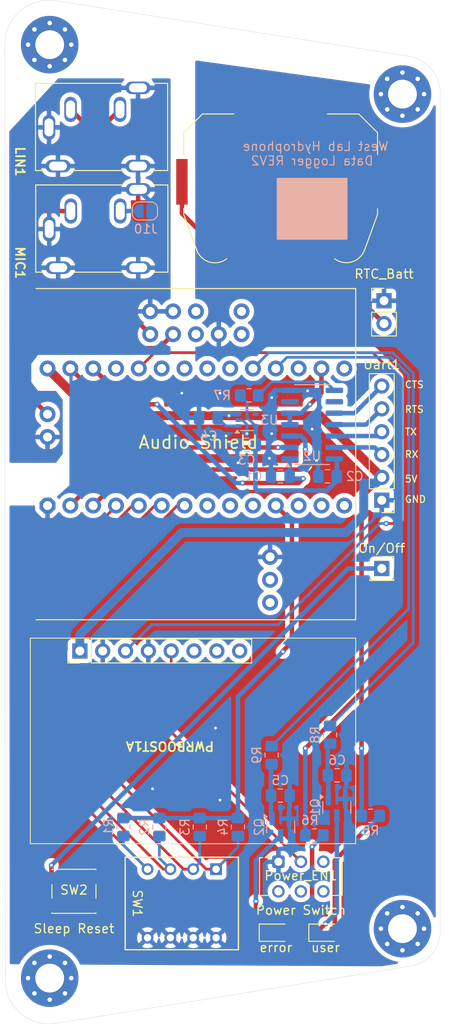
<source format=kicad_pcb>
(kicad_pcb (version 20241229) (generator "pcbnew") (generator_version "9.0")
  (title_block (rev "2"))
  (layers (0 "F.Cu" signal "Front") (2 "B.Cu" signal "Back") (13 "F.Paste" user) (15 "B.Paste" user) (5 "F.SilkS" user "F.Silkscreen") (7 "B.SilkS" user "B.Silkscreen") (1 "F.Mask" user) (3 "B.Mask" user) (25 "Edge.Cuts" user))
  (net 0 "")
  (net 1 "GND")
  (net 2 "+3V3")
  (net 3 "Net-(BT1-+)")
  (net 4 "Net-(D1-A)")
  (net 5 "Net-(D2-A)")
  (net 6 "Net-(R1-Pad2)")
  (net 7 "Net-(R1-Pad1)")
  (net 8 "Net-(R2-Pad2)")
  (net 9 "+1V8")
  (net 10 "Net-(R4-Pad2)")
  (net 11 "+5V")
  (net 12 "Net-(J3-Pin_5)")
  (net 13 "Net-(J10-Pin_2)")
  (net 14 "Net-(Power_EN1-Pin_2)")
  (net 16 "Net-(J1-Pin_1)")
  (net 17 "Net-(J3-Pin_6)")
  (net 18 "Net-(J3-Pin_4)")
  (net 19 "Net-(J3-Pin_3)")
  (net 20 "Net-(U2-OE)")
  (net 21 "Net-(U2-A2)")
  (net 22 "Net-(U2-A1)")
  (net 23 "Net-(U2-A3)")
  (net 27 "Net-(LIN1-Pad3)")
  (net 28 "Net-(LIN1-Pad2)")
  (net 29 "Net-(MIC1-Pad2)")
  (net 44 "Net-(RV1-Pad3)")
  (net 46 "Net-(RV1-Pad2)")
  (net 50 "Net-(U1-LBO)")
  (net 51 "Audio_GND")
  (net 52 "Net-(D1-K)")
  (net 53 "Net-(D2-K)")
  (net 54 "Net-(Q1-G)")
  (net 55 "Net-(Q2-G)")
  (net 56 "Net-(R8-Pad1)")
  (net 57 "Net-(R9-Pad1)")
  (net 76 "Net-(R3-Pad2)")
  (footprint "LED_SMD:LED_0805_2012Metric_Pad1.15x1.40mm_HandSolder" (layer "F.Cu") (at 148.25 139.25)
    (property "Reference" "D1" (hide yes))
    (property "Value" "user")
  )
  (footprint "Button_Switch_THT:SW_CK_JS202011CQN_DPDT_Straight" (layer "F.Cu") (at 143 131.3575)
    (property "Reference" "Power_EN1")
    (property "Value" "Power Switch")
  )
  (footprint "MountingHole:MountingHole_3.2mm_M3_Pad_Via" (layer "F.Cu") (at 117.552944 144.302944)
    (property "Reference" "J6" (hide yes))
    (property "Value" "Mounting Hole")
  )
  (footprint "Connector_PinSocket_2.54mm:PinSocket_1x01_P2.54mm_Vertical" (layer "F.Cu") (at 154.5 98.75)
    (property "Reference" "J1" (hide yes))
    (property "Value" "On/Off")
  )
  (footprint "Button_Switch_SMD:SW_SPST_PTS647_Sx38" (layer "F.Cu") (at 120.25 134.65)
    (property "Reference" "SW2")
    (property "Value" "Sleep Reset")
  )
  (footprint "MountingHole:MountingHole_3.2mm_M3_Pad_Via" (layer "F.Cu") (at 117.552944 40.5)
    (property "Reference" "J5" (hide yes))
    (property "Value" "Mounting Hole")
  )
  (footprint "Battery:BatteryHolder_Keystone_3034_1x20mm" (layer "F.Cu") (at 143.25 55.75)
    (property "Reference" "BT1" (hide yes))
    (property "Value" "RTC_CoinCell" (hide yes))
  )
  (footprint "Connector_PinHeader_2.54mm:PinHeader_1x06_P2.54mm_Vertical" (layer "F.Cu") (at 154.5 91.16 180)
    (property "Reference" "J3" (hide yes))
    (property "Value" "Uart1")
  )
  (footprint "MountingHole:MountingHole_3.2mm_M3_Pad_Via" (layer "F.Cu") (at 156.802944 46)
    (property "Reference" "J8" (hide yes))
    (property "Value" "Mounting Hole")
  )
  (footprint "Dev_boards:ADA_powerBoost1A" (layer "F.Cu") (at 120.91 107.9225 90)
    (property "Reference" "U1" (hide yes))
    (property "Value" "~" (hide yes))
  )
  (footprint "Dev_boards:AUDIOSHIELD" (layer "F.Cu") (at 133.82 86.67)
    (property "Reference" "T1" (hide yes))
    (property "Value" "~")
  )
  (footprint "LED_SMD:LED_0805_2012Metric_Pad1.15x1.40mm_HandSolder" (layer "F.Cu") (at 142.725 139.25)
    (property "Reference" "D2" (hide yes))
    (property "Value" "error")
  )
  (footprint "Imports:DIP8_208-4_CTS" (layer "F.Cu") (at 136.06 132.19 -90)
    (property "Reference" "SW1")
    (property "Value" "SW_DIP_x04" (hide yes))
  )
  (footprint "Connector_Audio:CUI_SJ1-3533NS" (layer "F.Cu") (at 117.475 49.7)
    (property "Reference" "LIN1")
    (property "Value" "SJ1-3533NS" (hide yes))
  )
  (footprint "Connector_Audio:CUI_SJ1-3533NS" (layer "F.Cu") (at 117.5 61)
    (property "Reference" "MIC1")
    (property "Value" "SJ1-3533NS" (hide yes))
  )
  (footprint "Connector_PinHeader_2.54mm:PinHeader_1x02_P2.54mm_Vertical" (layer "F.Cu") (at 154.75 68.975)
    (property "Reference" "J2" (hide yes))
    (property "Value" "RTC_Batt")
  )
  (footprint "MountingHole:MountingHole_3.2mm_M3_Pad_Via" (layer "F.Cu") (at 156.802944 138.802944)
    (property "Reference" "J7" (hide yes))
    (property "Value" "Mounting Hole")
  )
  (footprint "Package_TO_SOT_SMD:SOT-23" (layer "B.Cu") (at 143.25 127.5 -90)
    (property "Reference" "Q2")
    (property "Value" "2N7002")
  )
  (footprint "Package_TO_SOT_SMD:SOT-23" (layer "B.Cu") (at 149.5 125.3125 -90)
    (property "Reference" "Q1")
    (property "Value" "2N7002")
  )
  (footprint "Capacitor_SMD:C_0805_2012Metric_Pad1.18x1.45mm_HandSolder" (layer "B.Cu") (at 143.2125 124 180)
    (property "Reference" "C5")
    (property "Value" "10n")
  )
  (footprint "Capacitor_SMD:C_0805_2012Metric_Pad1.18x1.45mm_HandSolder" (layer "B.Cu") (at 149.5375 121.75 180)
    (property "Reference" "C6")
    (property "Value" "10n")
  )
  (footprint "Resistor_SMD:R_0805_2012Metric_Pad1.20x1.40mm_HandSolder" (layer "B.Cu") (at 139.75 79.5)
    (property "Reference" "R7")
    (property "Value" "10k")
  )
  (footprint "Resistor_SMD:R_0805_2012Metric_Pad1.20x1.40mm_HandSolder" (layer "B.Cu") (at 134.25 127.5 -90)
    (property "Reference" "R3")
    (property "Value" "100k")
  )
  (footprint "Capacitor_SMD:C_0805_2012Metric_Pad1.18x1.45mm_HandSolder" (layer "B.Cu") (at 139.4625 85)
    (property "Reference" "C3")
    (property "Value" "100n")
  )
  (footprint "Resistor_SMD:R_0805_2012Metric_Pad1.20x1.40mm_HandSolder" (layer "B.Cu") (at 138.5 127.5 -90)
    (property "Reference" "R4")
    (property "Value" "100k")
  )
  (footprint "Resistor_SMD:R_0805_2012Metric_Pad1.20x1.40mm_HandSolder" (layer "B.Cu") (at 125.75 127.5 -90)
    (property "Reference" "R1")
    (property "Value" "100k")
  )
  (footprint "Resistor_SMD:R_0805_2012Metric_Pad1.20x1.40mm_HandSolder" (layer "B.Cu") (at 153.25 126.25)
    (property "Reference" "R5")
    (property "Value" "470")
  )
  (footprint "Capacitor_SMD:C_0805_2012Metric_Pad1.18x1.45mm_HandSolder" (layer "B.Cu") (at 143.2125 88.5)
    (property "Reference" "C1")
    (property "Value" "100n")
  )
  (footprint "Package_TO_SOT_SMD:SOT-353_SC-70-5" (layer "B.Cu") (at 139.5 82.25)
    (property "Reference" "U3")
    (property "Value" "MIC5365-1.8YC5")
  )
  (footprint "Resistor_SMD:R_0805_2012Metric_Pad1.20x1.40mm_HandSolder" (layer "B.Cu") (at 147 128.4375)
    (property "Reference" "R6")
    (property "Value" "470")
  )
  (footprint "Resistor_SMD:R_0805_2012Metric_Pad1.20x1.40mm_HandSolder" (layer "B.Cu") (at 142.25 119.5 -90)
    (property "Reference" "R9")
    (property "Value" "10k")
  )
  (footprint "Capacitor_SMD:C_0805_2012Metric_Pad1.18x1.45mm_HandSolder" (layer "B.Cu") (at 135.2125 82 180)
    (property "Reference" "C4")
    (property "Value" "100n")
  )
  (footprint "Resistor_SMD:R_0805_2012Metric_Pad1.20x1.40mm_HandSolder" (layer "B.Cu") (at 129.75 127.5 -90)
    (property "Reference" "R2")
    (property "Value" "100k")
  )
  (footprint "Jumper:SolderJumper-2_P1.3mm_Open_RoundedPad1.0x1.5mm" (layer "B.Cu") (at 128.15 59 180)
    (property "Reference" "J10")
    (property "Value" "Conn_01x02_Pin")
  )
  (footprint "Capacitor_SMD:C_0805_2012Metric_Pad1.18x1.45mm_HandSolder" (layer "B.Cu") (at 148.4625 88.5 180)
    (property "Reference" "C2")
    (property "Value" "100n")
  )
  (footprint "Resistor_SMD:R_0805_2012Metric_Pad1.20x1.40mm_HandSolder" (layer "B.Cu") (at 148.75 117.25 -90)
    (property "Reference" "R8")
    (property "Value" "10k")
  )
  (footprint "Package_SO:SOIC-14_3.9x8.7mm_P1.27mm" (layer "B.Cu") (at 146.75 82.75)
    (property "Reference" "U2")
    (property "Value" "TXS0104ED")
  )
  (gr_rect (start 142.875 55.375) (end 150.625 62.125) (stroke (width 0.127)) (fill yes) (layer "B.SilkS"))
  (gr_line (start 157.5 142.999999) (end 118.013007 149.373567) (stroke (width 0.0381)) (layer "Edge.Cuts"))
  (gr_arc (start 118.013007 149.373567) (mid 114.129354 148.057187) (end 112.605888 144.25) (stroke (width 0.0381)) (layer "Edge.Cuts"))
  (gr_arc (start 161 139.5) (mid 159.850439 141.850439) (end 157.5 143) (stroke (width 0.0381)) (layer "Edge.Cuts"))
  (gr_arc (start 157.493681 41.785805) (mid 159.861756 43.062403) (end 161 45.5) (stroke (width 0.0381)) (layer "Edge.Cuts"))
  (gr_line (start 161 45.500006) (end 161 139.499992) (stroke (width 0.0381)) (layer "Edge.Cuts"))
  (gr_line (start 112.552944 40.5) (end 112.605888 144.25) (stroke (width 0.0381)) (layer "Edge.Cuts"))
  (gr_arc (start 112.552944 40.5) (mid 114.180499 36.831993) (end 117.99225 35.577495) (stroke (width 0.0381)) (layer "Edge.Cuts"))
  (gr_line (start 157.493681 41.785806) (end 117.99225 35.577496) (stroke (width 0.0381)) (layer "Edge.Cuts"))
  (gr_text "GND" (at 157 91.5 0) (layer "F.SilkS") (effects (font (size 0.762 0.762) (thickness 0.127) (bold yes)) (justify left bottom)))
  (gr_text "CTS" (at 157 78.75 0) (layer "F.SilkS") (effects (font (size 0.762 0.762) (thickness 0.127) (bold yes)) (justify left bottom)))
  (gr_text "TX" (at 157 84 0) (layer "F.SilkS") (effects (font (size 0.762 0.762) (thickness 0.127) (bold yes)) (justify left bottom)))
  (gr_text "RTS" (at 157 81.5 0) (layer "F.SilkS") (effects (font (size 0.762 0.762) (thickness 0.127) (bold yes)) (justify left bottom)))
  (gr_text "5V" (at 157 89.25 0) (layer "F.SilkS") (effects (font (size 0.762 0.762) (thickness 0.127) (bold yes)) (justify left bottom)))
  (gr_text "RX" (at 157 86.5 0) (layer "F.SilkS") (effects (font (size 0.762 0.762) (thickness 0.127) (bold yes)) (justify left bottom)))
  (gr_text "West Lab Hydrophone \nData Logger REV2" (at 146.75 54 0) (layer "B.SilkS") (effects (font (size 1 1) (thickness 0.125)) (justify bottom mirror)))
  (segment (start 119.85 76.51) (end 121.34 78) (width 0.5) (layer "F.Cu") (net 1))
  (segment (start 121.34 78) (end 121.5 78) (width 0.5) (layer "F.Cu") (net 1))
  (via (at 136.5 79.25) (size 0.6) (drill 0.3) (layers "F.Cu" "B.Cu") (net 1))
  (via (at 146.75 83.25) (size 0.6) (drill 0.3) (layers "F.Cu" "B.Cu") (net 1))
  (via (at 142.25 83.75) (size 0.6) (drill 0.3) (layers "F.Cu" "B.Cu") (net 1))
  (via (at 147.25 86.75) (size 0.6) (drill 0.3) (layers "F.Cu" "B.Cu") (net 1))
  (via (at 142 86.5) (size 0.6) (drill 0.3) (layers "F.Cu" "B.Cu") (net 1))
  (via (at 138.5 87) (size 0.6) (drill 0.3) (layers "F.Cu" "B.Cu") (net 1))
  (via (at 132.25 79.25) (size 0.6) (drill 0.3) (layers "F.Cu" "B.Cu") (net 1))
  (via (at 139.5 83.75) (size 0.6) (drill 0.3) (layers "F.Cu" "B.Cu") (net 1))
  (via (at 135.75 84) (size 0.6) (drill 0.3) (layers "F.Cu" "B.Cu") (net 1))
  (via (at 136.5 124.5) (size 0.6) (drill 0.3) (layers "F.Cu" "B.Cu") (net 1))
  (via (at 136 116.5) (size 0.6) (drill 0.3) (layers "F.Cu" "B.Cu") (net 1))
  (via (at 142.25 79.75) (size 0.6) (drill 0.3) (layers "F.Cu" "B.Cu") (net 1))
  (via (at 129 123.25) (size 0.6) (drill 0.3) (layers "F.Cu" "B.Cu") (net 1))
  (via (at 146.25 79) (size 0.6) (drill 0.3) (layers "F.Cu" "B.Cu") (net 1))
  (segment (start 139 82.25) (end 139.5 82.75) (width 0.305) (layer "B.Cu") (net 1))
  (segment (start 147.425 86.925) (end 147.25 86.75) (width 0.305) (layer "B.Cu") (net 1))
  (segment (start 139.5 82.75) (end 139.5 83.75) (width 0.305) (layer "B.Cu") (net 1))
  (segment (start 138.55 82.25) (end 139 82.25) (width 0.305) (layer "B.Cu") (net 1))
  (segment (start 147.425 88.5) (end 147.425 86.925) (width 0.5) (layer "B.Cu") (net 1))
  (segment (start 139 89.25) (end 145.25 89.25) (width 0.5) (layer "F.Cu") (net 2))
  (segment (start 122.39 76.51) (end 126.38 80.5) (width 0.5) (layer "F.Cu") (net 2))
  (segment (start 126.38 80.5) (end 129.5 80.5) (width 0.5) (layer "F.Cu") (net 2))
  (segment (start 145.25 89.25) (end 145.75 88.75) (width 0.5) (layer "F.Cu") (net 2))
  (via (at 139 89.25) (size 0.6) (drill 0.3) (layers "F.Cu" "B.Cu") (net 2))
  (via (at 129.5 80.5) (size 0.6) (drill 0.3) (layers "F.Cu" "B.Cu") (net 2))
  (via (at 145.75 88.75) (size 0.6) (drill 0.3) (layers "F.Cu" "B.Cu") (net 2))
  (segment (start 144.25 89) (end 144.25 86.585) (width 0.5) (layer "B.Cu") (net 2))
  (segment (start 138.25 89.25) (end 139 89.25) (width 0.5) (layer "B.Cu") (net 2))
  (segment (start 145.75 88.75) (end 144.5 88.75) (width 0.5) (layer "B.Cu") (net 2))
  (segment (start 144.5 88.75) (end 144.25 88.5) (width 0.5) (layer "B.Cu") (net 2))
  (segment (start 144.25 86.585) (end 144.275 86.56) (width 0.305) (layer "B.Cu") (net 2))
  (segment (start 129.5 80.5) (end 138.25 89.25) (width 0.5) (layer "B.Cu") (net 2))
  (segment (start 152.875 60.375) (end 147.25 66) (width 0.5) (layer "F.Cu") (net 3))
  (segment (start 139 66) (end 132.265 59.265) (width 0.5) (layer "F.Cu") (net 3))
  (segment (start 154.75 71.515) (end 152.875 69.64) (width 0.5) (layer "F.Cu") (net 3))
  (segment (start 152.875 69.64) (end 152.875 60.375) (width 0.5) (layer "F.Cu") (net 3))
  (segment (start 154.235 55.75) (end 154.235 59.015) (width 0.5) (layer "F.Cu") (net 3))
  (segment (start 147.25 66) (end 139 66) (width 0.5) (layer "F.Cu") (net 3))
  (segment (start 154.235 59.015) (end 152.875 60.375) (width 0.5) (layer "F.Cu") (net 3))
  (segment (start 132.265 59.265) (end 132.265 55.75) (width 0.5) (layer "F.Cu") (net 3))
  (segment (start 149.275 131.225) (end 149.275 139.25) (width 0.5) (layer "F.Cu") (net 4))
  (segment (start 152.375 128.125) (end 149.275 131.225) (width 0.5) (layer "F.Cu") (net 4))
  (via (at 152.375 128.125) (size 0.6) (drill 0.3) (layers "F.Cu" "B.Cu") (net 4))
  (segment (start 152.375 128.125) (end 154.25 126.25) (width 0.5) (layer "B.Cu") (net 4))
  (segment (start 146.75 136.25) (end 143.75 139.25) (width 0.5) (layer "F.Cu") (net 5))
  (segment (start 146.75 129.6875) (end 146.75 136.25) (width 0.5) (layer "F.Cu") (net 5))
  (via (at 146.75 129.6875) (size 0.6) (drill 0.3) (layers "F.Cu" "B.Cu") (net 5))
  (segment (start 146.75 129.6875) (end 148 128.4375) (width 0.5) (layer "B.Cu") (net 5))
  (segment (start 116.5 120.25) (end 116.5 100.25) (width 0.305) (layer "F.Cu") (net 6))
  (segment (start 128.44 132.19) (end 116.5 120.25) (width 0.305) (layer "F.Cu") (net 6))
  (segment (start 116.5 100.25) (end 124.93 91.82) (width 0.305) (layer "F.Cu") (net 6))
  (segment (start 124.93 91.82) (end 124.93 91.75) (width 0.305) (layer "F.Cu") (net 6))
  (segment (start 125.75 129.5) (end 128.44 132.19) (width 0.305) (layer "B.Cu") (net 6))
  (segment (start 125.75 128.5) (end 125.75 129.5) (width 0.305) (layer "B.Cu") (net 6))
  (segment (start 144.5 106.930236) (end 144.5 93.54) (width 0.5) (layer "F.Cu") (net 7))
  (segment (start 144.5 93.54) (end 142.71 91.75) (width 0.5) (layer "F.Cu") (net 7))
  (segment (start 143.5 108) (end 143.5 107.930236) (width 0.305) (layer "F.Cu") (net 7))
  (segment (start 143.5 107.930236) (end 144.5 106.930236) (width 0.5) (layer "F.Cu") (net 7))
  (via (at 143.5 108) (size 0.6) (drill 0.3) (layers "F.Cu" "B.Cu") (net 7))
  (segment (start 138.5 113) (end 138.5 126.5) (width 0.5) (layer "B.Cu") (net 7))
  (segment (start 143.5 108) (end 138.5 113) (width 0.5) (layer "B.Cu") (net 7))
  (segment (start 134.25 126.5) (end 129.75 126.5) (width 0.5) (layer "B.Cu") (net 7))
  (segment (start 138.5 126.5) (end 134.25 126.5) (width 0.5) (layer "B.Cu") (net 7))
  (segment (start 129.75 126.5) (end 125.75 126.5) (width 0.5) (layer "B.Cu") (net 7))
  (segment (start 117.25 119.25) (end 117.25 101.25) (width 0.305) (layer "F.Cu") (net 8))
  (segment (start 130.19 132.19) (end 117.25 119.25) (width 0.305) (layer "F.Cu") (net 8))
  (segment (start 117.25 101.25) (end 126.75 91.75) (width 0.305) (layer "F.Cu") (net 8))
  (segment (start 126.75 91.75) (end 127.47 91.75) (width 0.305) (layer "F.Cu") (net 8))
  (segment (start 130.98 132.19) (end 130.19 132.19) (width 0.305) (layer "F.Cu") (net 8))
  (segment (start 129.75 128.5) (end 129.75 130.96) (width 0.305) (layer "B.Cu") (net 8))
  (segment (start 129.75 130.96) (end 130.98 132.19) (width 0.305) (layer "B.Cu") (net 8))
  (segment (start 140.45 82.9) (end 140.45 89.95) (width 0.5) (layer "B.Cu") (net 9))
  (segment (start 140.5785 90.0785) (end 148.4215 90.0785) (width 0.5) (layer "B.Cu") (net 9))
  (segment (start 139.5 80.25) (end 139.5 81.95) (width 0.305) (layer "B.Cu") (net 9))
  (segment (start 149.5 89) (end 149.5 86.835) (width 0.5) (layer "B.Cu") (net 9))
  (segment (start 149.5 86.835) (end 149.225 86.56) (width 0.305) (layer "B.Cu") (net 9))
  (segment (start 138.75 79.5) (end 139.5 80.25) (width 0.305) (layer "B.Cu") (net 9))
  (segment (start 139.5 81.95) (end 140.45 82.9) (width 0.305) (layer "B.Cu") (net 9))
  (segment (start 148.4215 90.0785) (end 149.5 89) (width 0.5) (layer "B.Cu") (net 9))
  (segment (start 140.45 89.95) (end 140.5785 90.0785) (width 0.5) (layer "B.Cu") (net 9))
  (segment (start 134.970606 132.19) (end 118.75 115.969394) (width 0.305) (layer "F.Cu") (net 10))
  (segment (start 118.75 115.969394) (end 118.75 104.75) (width 0.305) (layer "F.Cu") (net 10))
  (segment (start 136.06 132.19) (end 134.970606 132.19) (width 0.305) (layer "F.Cu") (net 10))
  (segment (start 131.2525 92.264661) (end 131.2525 92.2475) (width 0.305) (layer "F.Cu") (net 10))
  (segment (start 130.524661 92.9925) (end 131.2525 92.264661) (width 0.305) (layer "F.Cu") (net 10))
  (segment (start 130.5075 92.9925) (end 130.524661 92.9925) (width 0.305) (layer "F.Cu") (net 10))
  (segment (start 131.2525 92.2475) (end 131.75 91.75) (width 0.305) (layer "F.Cu") (net 10))
  (segment (start 131.75 91.75) (end 132.55 91.75) (width 0.305) (layer "F.Cu") (net 10))
  (segment (start 118.75 104.75) (end 130.5075 92.9925) (width 0.305) (layer "F.Cu") (net 10))
  (segment (start 138.5 128.5) (end 138.5 129.75) (width 0.305) (layer "B.Cu") (net 10))
  (segment (start 138.5 129.75) (end 136.06 132.19) (width 0.305) (layer "B.Cu") (net 10))
  (segment (start 146 118.75) (end 152.25 112.5) (width 0.5) (layer "F.Cu") (net 11))
  (segment (start 152.25 118.75) (end 152.25 111.5) (width 0.5) (layer "F.Cu") (net 11))
  (segment (start 137.5 81.75) (end 147.63 81.75) (width 1) (layer "F.Cu") (net 11))
  (segment (start 152.25 112.5) (end 152.25 111.5) (width 0.305) (layer "F.Cu") (net 11))
  (segment (start 122.55 81.75) (end 137.5 81.75) (width 1) (layer "F.Cu") (net 11))
  (segment (start 147.63 81.75) (end 154.5 88.62) (width 1) (layer "F.Cu") (net 11))
  (segment (start 117.31 76.51) (end 122.55 81.75) (width 1) (layer "F.Cu") (net 11))
  (segment (start 152.25 90.87) (end 154.5 88.62) (width 0.5) (layer "F.Cu") (net 11))
  (segment (start 152.25 111.5) (end 152.25 90.87) (width 0.5) (layer "F.Cu") (net 11))
  (via (at 152.25 118.75) (size 0.6) (drill 0.3) (layers "F.Cu" "B.Cu") (net 11))
  (via (at 137.5 81.75) (size 0.6) (drill 0.3) (layers "F.Cu" "B.Cu") (net 11))
  (via (at 146 118.75) (size 0.6) (drill 0.3) (layers "F.Cu" "B.Cu") (net 11))
  (segment (start 146 128.4375) (end 146 118.75) (width 0.5) (layer "B.Cu") (net 11))
  (segment (start 137.15 82.9) (end 138.55 82.9) (width 0.305) (layer "B.Cu") (net 11))
  (segment (start 152.5 89.25) (end 153.87 89.25) (width 1) (layer "B.Cu") (net 11))
  (segment (start 152.25 126.25) (end 152.25 118.75) (width 0.5) (layer "B.Cu") (net 11))
  (segment (start 120.91 107.9225) (end 120.91 106.09) (width 1) (layer "B.Cu") (net 11))
  (segment (start 136.65 81.6) (end 136.25 82) (width 0.305) (layer "B.Cu") (net 11))
  (segment (start 152.5 92.75) (end 152.5 89.25) (width 1) (layer "B.Cu") (net 11))
  (segment (start 136.25 82) (end 137.15 82.9) (width 0.305) (layer "B.Cu") (net 11))
  (segment (start 138.55 81.6) (end 136.65 81.6) (width 0.5) (layer "B.Cu") (net 11))
  (segment (start 132.25 94.75) (end 150.5 94.75) (width 1) (layer "B.Cu") (net 11))
  (segment (start 120.91 106.09) (end 132.25 94.75) (width 1) (layer "B.Cu") (net 11))
  (segment (start 153.87 89.25) (end 154.5 88.62) (width 1) (layer "B.Cu") (net 11))
  (segment (start 150.5 94.75) (end 152.5 92.75) (width 1) (layer "B.Cu") (net 11))
  (segment (start 149.225 82.75) (end 152.75 82.75) (width 0.5) (layer "B.Cu") (net 12))
  (segment (start 152.75 82.75) (end 154.5 81) (width 0.5) (layer "B.Cu") (net 12))
  (segment (start 127.5 59) (end 125.4 59) (width 0.5) (layer "B.Cu") (net 13))
  (segment (start 131.07 116.9275) (end 131.07 107.9225) (width 0.305) (layer "F.Cu") (net 14))
  (segment (start 145.5 131.3575) (end 131.07 116.9275) (width 0.305) (layer "F.Cu") (net 14))
  (segment (start 117.75 131.75) (end 117.75 132.925) (width 0.5) (layer "F.Cu") (net 16))
  (segment (start 117.75 131.75) (end 117.625 131.875) (width 0.305) (layer "F.Cu") (net 16))
  (segment (start 117.75 132.925) (end 117.625 133.05) (width 0.305) (layer "F.Cu") (net 16))
  (segment (start 117.625 133.05) (end 122.875 133.05) (width 0.5) (layer "F.Cu") (net 16))
  (via (at 117.75 131.75) (size 0.6) (drill 0.3) (layers "F.Cu" "B.Cu") (net 16))
  (segment (start 150.75 98.75) (end 117.75 131.75) (width 0.5) (layer "B.Cu") (net 16))
  (segment (start 154.5 98.75) (end 150.75 98.75) (width 0.5) (layer "B.Cu") (net 16))
  (segment (start 149.225 81.48) (end 151.48 81.48) (width 0.5) (layer "B.Cu") (net 17))
  (segment (start 151.48 81.48) (end 154.5 78.46) (width 0.5) (layer "B.Cu") (net 17))
  (segment (start 149.225 84.02) (end 154.02 84.02) (width 0.5) (layer "B.Cu") (net 18))
  (segment (start 154.02 84.02) (end 154.5 83.54) (width 0.305) (layer "B.Cu") (net 18))
  (segment (start 149.225 85.29) (end 153.71 85.29) (width 0.5) (layer "B.Cu") (net 19))
  (segment (start 153.71 85.29) (end 154.5 86.08) (width 0.5) (layer "B.Cu") (net 19))
  (segment (start 142.25 78) (end 140.75 79.5) (width 0.305) (layer "B.Cu") (net 20))
  (segment (start 149.225 78.94) (end 148.285 78) (width 0.305) (layer "B.Cu") (net 20))
  (segment (start 148.285 78) (end 142.25 78) (width 0.305) (layer "B.Cu") (net 20))
  (segment (start 126.39 87.75) (end 122.39 91.75) (width 0.5) (layer "F.Cu") (net 21))
  (segment (start 146 85.5) (end 146 87.25) (width 0.5) (layer "F.Cu") (net 21))
  (segment (start 145.5 87.75) (end 126.39 87.75) (width 0.5) (layer "F.Cu") (net 21))
  (segment (start 146 87.25) (end 145.5 87.75) (width 0.5) (layer "F.Cu") (net 21))
  (via (at 146 85.5) (size 0.6) (drill 0.3) (layers "F.Cu" "B.Cu") (net 21))
  (segment (start 145.52 84.02) (end 145.27 84.02) (width 0.5) (layer "B.Cu") (net 21))
  (segment (start 144.275 84.02) (end 145.27 84.02) (width 0.305) (layer "B.Cu") (net 21))
  (segment (start 146 85.5) (end 146 84.5) (width 0.5) (layer "B.Cu") (net 21))
  (segment (start 146 84.5) (end 145.52 84.02) (width 0.5) (layer "B.Cu") (net 21))
  (segment (start 126.31 85.29) (end 119.85 91.75) (width 0.5) (layer "F.Cu") (net 22))
  (segment (start 142.96 85.29) (end 126.31 85.29) (width 0.5) (layer "F.Cu") (net 22))
  (via (at 142.96 85.29) (size 0.6) (drill 0.3) (layers "F.Cu" "B.Cu") (net 22))
  (segment (start 142.96 85.29) (end 144.275 85.29) (width 0.5) (layer "B.Cu") (net 22))
  (segment (start 146.5 80.5) (end 147.79 79.21) (width 0.5) (layer "F.Cu") (net 23))
  (segment (start 147.79 79.21) (end 147.79 76.51) (width 0.5) (layer "F.Cu") (net 23))
  (via (at 146.5 80.5) (size 0.6) (drill 0.3) (layers "F.Cu" "B.Cu") (net 23))
  (segment (start 144.275 81.48) (end 145.52 81.48) (width 0.5) (layer "B.Cu") (net 23))
  (segment (start 144.275 82.75) (end 144.275 81.48) (width 0.5) (layer "B.Cu") (net 23))
  (segment (start 145.52 81.48) (end 146.5 80.5) (width 0.5) (layer "B.Cu") (net 23))
  (segment (start 123.75 67.71) (end 123.75 49.325) (width 0.5) (layer "F.Cu") (net 27))
  (segment (start 128.74 72.7) (end 123.75 67.71) (width 0.5) (layer "F.Cu") (net 27))
  (segment (start 123.75 49.325) (end 125.375 47.7) (width 0.5) (layer "F.Cu") (net 27))
  (segment (start 121.75 68.195261) (end 121.75 49.575) (width 0.5) (layer "F.Cu") (net 28))
  (segment (start 127.804739 74.25) (end 121.75 68.195261) (width 0.5) (layer "F.Cu") (net 28))
  (segment (start 121.75 49.575) (end 119.875 47.7) (width 0.5) (layer "F.Cu") (net 28))
  (segment (start 131.28 72.7) (end 129.73 74.25) (width 0.5) (layer "F.Cu") (net 28))
  (segment (start 129.73 74.25) (end 127.804739 74.25) (width 0.5) (layer "F.Cu") (net 28))
  (segment (start 114.25 61.5) (end 116.75 59) (width 0.5) (layer "F.Cu") (net 29))
  (segment (start 114.25 78.53) (end 114.25 61.5) (width 0.5) (layer "F.Cu") (net 29))
  (segment (start 116.75 59) (end 119.9 59) (width 0.5) (layer "F.Cu") (net 29))
  (segment (start 117.31 81.59) (end 114.25 78.53) (width 0.5) (layer "F.Cu") (net 29))
  (segment (start 156.25 93.25) (end 156.25 77.5) (width 0.305) (layer "F.Cu") (net 50))
  (segment (start 155 93.75) (end 155.75 93.75) (width 0.305) (layer "F.Cu") (net 50))
  (segment (start 130.083478 74.75) (end 129.979978 74.8535) (width 0.305) (layer "F.Cu") (net 50))
  (segment (start 153.5 74.75) (end 130.083478 74.75) (width 0.305) (layer "F.Cu") (net 50))
  (segment (start 129.979978 74.8535) (end 129.1265 74.8535) (width 0.305) (layer "F.Cu") (net 50))
  (segment (start 155.75 93.75) (end 156.25 93.25) (width 0.305) (layer "F.Cu") (net 50))
  (segment (start 129.1265 74.8535) (end 127.47 76.51) (width 0.305) (layer "F.Cu") (net 50))
  (segment (start 156.25 77.5) (end 153.5 74.75) (width 0.305) (layer "F.Cu") (net 50))
  (via (at 155 93.75) (size 0.6) (drill 0.3) (layers "F.Cu" "B.Cu") (net 50))
  (segment (start 155 93.75) (end 154.25 93.75) (width 0.305) (layer "B.Cu") (net 50))
  (segment (start 154.25 93.75) (end 143 105) (width 0.305) (layer "B.Cu") (net 50))
  (segment (start 128.9125 105) (end 125.99 107.9225) (width 0.305) (layer "B.Cu") (net 50))
  (segment (start 143 105) (end 128.9125 105) (width 0.305) (layer "B.Cu") (net 50))
  (segment (start 128.8 59) (end 128.8 58) (width 0.5) (layer "B.Cu") (net 51))
  (segment (start 128.8 58) (end 127.4 56.6) (width 0.5) (layer "B.Cu") (net 51))
  (segment (start 148.225 138.25) (end 147.225 139.25) (width 0.5) (layer "F.Cu") (net 52))
  (segment (start 148.25 138.25) (end 148.225 138.25) (width 0.5) (layer "F.Cu") (net 52))
  (via (at 148.25 138.25) (size 0.6) (drill 0.3) (layers "F.Cu" "B.Cu") (net 52))
  (segment (start 149.5 126.25) (end 149.5 137) (width 0.5) (layer "B.Cu") (net 52))
  (segment (start 149.5 137) (end 148.25 138.25) (width 0.5) (layer "B.Cu") (net 52))
  (segment (start 140.5 135.75) (end 140.5 138.05) (width 0.5) (layer "F.Cu") (net 53))
  (segment (start 140.5 138.05) (end 141.7 139.25) (width 0.5) (layer "F.Cu") (net 53))
  (via (at 140.5 135.75) (size 0.6) (drill 0.3) (layers "F.Cu" "B.Cu") (net 53))
  (segment (start 140.5 131.1875) (end 140.5 135.75) (width 0.5) (layer "B.Cu") (net 53))
  (segment (start 143.25 128.4375) (end 140.5 131.1875) (width 0.5) (layer "B.Cu") (net 53))
  (segment (start 148.5 121.75) (end 148.5 118.5) (width 0.5) (layer "B.Cu") (net 54))
  (segment (start 148.55 124.375) (end 148.55 121.8) (width 0.5) (layer "B.Cu") (net 54))
  (segment (start 148.5 118.5) (end 148.75 118.25) (width 0.305) (layer "B.Cu") (net 54))
  (segment (start 148.55 121.8) (end 148.5 121.75) (width 0.305) (layer "B.Cu") (net 54))
  (segment (start 142.175 120.575) (end 142.25 120.5) (width 0.5) (layer "B.Cu") (net 55))
  (segment (start 142.175 126.4375) (end 142.3 126.5625) (width 0.305) (layer "B.Cu") (net 55))
  (segment (start 142.175 124) (end 142.175 120.575) (width 0.5) (layer "B.Cu") (net 55))
  (segment (start 142.175 124) (end 142.175 126.4375) (width 0.5) (layer "B.Cu") (net 55))
  (segment (start 158.006 106.994) (end 158.006 77.040408) (width 0.305) (layer "B.Cu") (net 56))
  (segment (start 148.75 116.25) (end 158.006 106.994) (width 0.305) (layer "B.Cu") (net 56))
  (segment (start 155.727092 74.7615) (end 141.9185 74.7615) (width 0.305) (layer "B.Cu") (net 56))
  (segment (start 158.006 77.040408) (end 155.727092 74.7615) (width 0.305) (layer "B.Cu") (net 56))
  (segment (start 141.9185 74.7615) (end 140.17 76.51) (width 0.305) (layer "B.Cu") (net 56))
  (segment (start 142.25 118.5) (end 157.5 103.25) (width 0.305) (layer "B.Cu") (net 57))
  (segment (start 157.5 77.25) (end 155.5175 75.2675) (width 0.305) (layer "B.Cu") (net 57))
  (segment (start 157.5 103.25) (end 157.5 77.25) (width 0.305) (layer "B.Cu") (net 57))
  (segment (start 143.9525 75.2675) (end 142.71 76.51) (width 0.305) (layer "B.Cu") (net 57))
  (segment (start 155.5175 75.2675) (end 143.9525 75.2675) (width 0.305) (layer "B.Cu") (net 57))
  (segment (start 118 103) (end 129.25 91.75) (width 0.305) (layer "F.Cu") (net 76))
  (segment (start 129.25 91.75) (end 130.01 91.75) (width 0.305) (layer "F.Cu") (net 76))
  (segment (start 133.52 132.19) (end 132.44 132.19) (width 0.305) (layer "F.Cu") (net 76))
  (segment (start 132.44 132.19) (end 118 117.75) (width 0.305) (layer "F.Cu") (net 76))
  (segment (start 118 117.75) (end 118 103) (width 0.305) (layer "F.Cu") (net 76))
  (segment (start 134.25 131.46) (end 133.52 132.19) (width 0.305) (layer "B.Cu") (net 76))
  (segment (start 134.25 128.5) (end 134.25 131.46) (width 0.305) (layer "B.Cu") (net 76))
  (zone (net 51) (net_name "Audio_GND") (layer "F.Cu") (priority 2) (connect_pads (clearance 0.5)) (min_thickness 0.25) (fill yes (thermal_gap 0.5) (thermal_bridge_width 0.5))
    (polygon (pts (xy 131 44.25) (xy 131 75) (xy 116.25 75) (xy 115.5 76) (xy 115.5 78) (xy 116.25 79) (xy 118.25 79) (xy 119 80) (xy 119 86) (xy 118.25 87) (xy 112.75 87) (xy 112.75 50.479168) (xy 118.5 44.25)))
  )
  (zone (net 1) (net_name "GND") (layer "F.Cu") (priority 1) (connect_pads (clearance 0.5)) (min_thickness 0.25) (fill yes (thermal_gap 0.5) (thermal_bridge_width 0.5))
    (polygon (pts (xy 161 46) (xy 133.75 42.25) (xy 133.75 76.5) (xy 119.75 76.5) (xy 119.75 89.5) (xy 117.25 91.75) (xy 112.75 91.75) (xy 112.75 142.75) (xy 156.75 143) (xy 161 138.75)))
  )
  (zone (net 51) (net_name "Audio_GND") (layer "B.Cu") (priority 3) (connect_pads (clearance 0.5)) (min_thickness 0.25) (fill yes (thermal_gap 0.5) (thermal_bridge_width 0.5))
    (polygon (pts (xy 131 44.25) (xy 131 75) (xy 116.25 75) (xy 115.5 76) (xy 115.5 78) (xy 116.25 79) (xy 118.25 79) (xy 119 80) (xy 119 86) (xy 118.25 87) (xy 112.75 87) (xy 112.75 50.479167) (xy 118.5 44.25)))
  )
  (zone (net 1) (net_name "GND") (layer "B.Cu") (connect_pads (clearance 0.5)) (min_thickness 0.25) (fill yes (thermal_gap 0.5) (thermal_bridge_width 0.5))
    (polygon (pts (xy 161 46) (xy 133.75 42.25) (xy 133.75 76.5) (xy 119.75 76.5) (xy 119.75 89.5) (xy 117.31 91.75) (xy 112.75 91.75) (xy 112.75 142.75) (xy 157 143) (xy 161 138.75)))
  )
)
</source>
